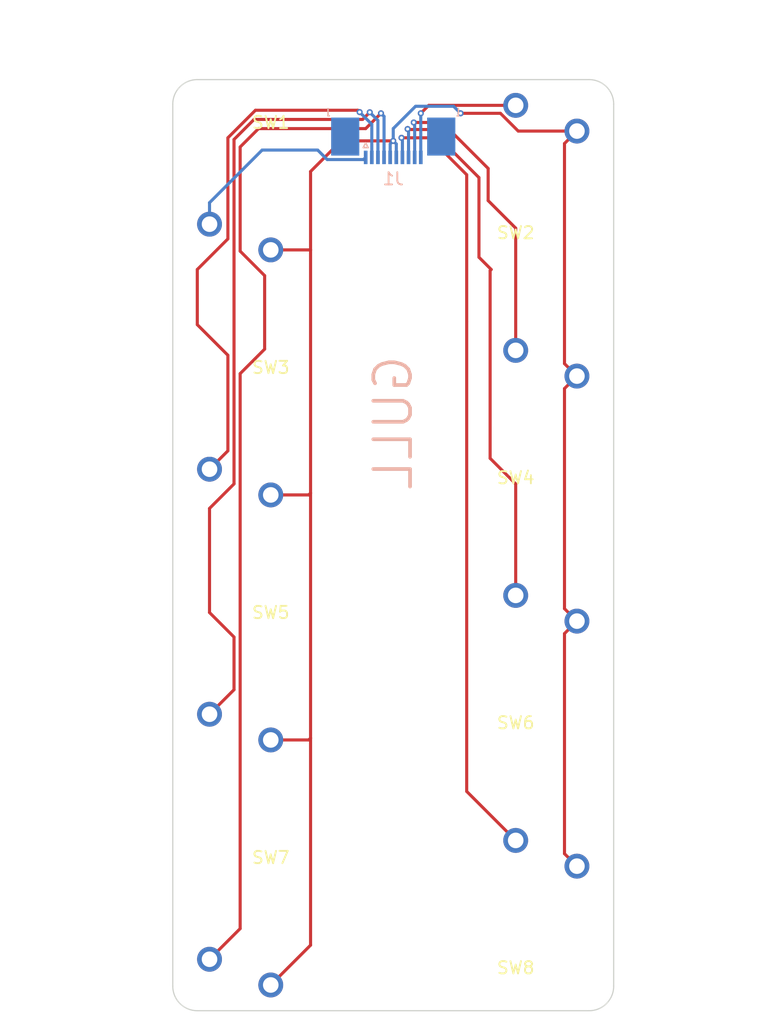
<source format=kicad_pcb>
(kicad_pcb (version 20221018) (generator pcbnew)
  (layers (0 "F.Cu" signal) (31 "B.Cu" signal) (34 "B.Paste" user) (35 "F.Paste" user) (36 "B.SilkS" user "B.Silkscreen") (37 "F.SilkS" user "F.Silkscreen") (38 "B.Mask" user) (39 "F.Mask" user) (44 "Edge.Cuts" user))
  (net 0 "")
  (net 1 "COL1")
  (net 2 "COL3")
  (net 3 "COL5")
  (net 4 "COL7")
  (net 5 "GND")
  (net 6 "COL8")
  (net 7 "COL6")
  (net 8 "COL4")
  (net 9 "COL2")
  (footprint "keyswitches:SW_PG1350" (layer "F.Cu") (at 130 70 180)
    (fp_text reference "SW4" (at 0 -4.5) (layer "F.SilkS"))
    (fp_text value "SW_Push")
    (pad "" np_thru_hole circle (at -5.5 0 180) (size 1.7018 1.7018) (drill 1.7018) (layers "*.Cu" "*.Mask"))
    (pad "" np_thru_hole circle (at 0 0 180) (size 3.429 3.429) (drill 3.429) (layers "*.Cu" "*.Mask"))
    (pad "" np_thru_hole circle (at 5.5 0 180) (size 1.7018 1.7018) (drill 1.7018) (layers "*.Cu" "*.Mask"))
    (pad "1" thru_hole circle (at 0 5.9 180) (size 2.032 2.032) (drill 1.27) (layers "*.Cu" "*.Mask") (net 8 "COL4"))
    (pad "2" thru_hole circle (at -5 3.8 180) (size 2.032 2.032) (drill 1.27) (layers "*.Cu" "*.Mask") (net 5 "GND"))
  )
  (footprint "keyswitches:SW_PG1350" (layer "F.Cu") (at 130 50 180)
    (fp_text reference "SW2" (at 0 -4.5) (layer "F.SilkS"))
    (fp_text value "SW_Push")
    (pad "" np_thru_hole circle (at -5.5 0 180) (size 1.7018 1.7018) (drill 1.7018) (layers "*.Cu" "*.Mask"))
    (pad "" np_thru_hole circle (at 0 0 180) (size 3.429 3.429) (drill 3.429) (layers "*.Cu" "*.Mask"))
    (pad "" np_thru_hole circle (at 5.5 0 180) (size 1.7018 1.7018) (drill 1.7018) (layers "*.Cu" "*.Mask"))
    (pad "1" thru_hole circle (at 0 5.9 180) (size 2.032 2.032) (drill 1.27) (layers "*.Cu" "*.Mask") (net 9 "COL2"))
    (pad "2" thru_hole circle (at -5 3.8 180) (size 2.032 2.032) (drill 1.27) (layers "*.Cu" "*.Mask") (net 5 "GND"))
  )
  (footprint "keyswitches:SW_PG1350" (layer "F.Cu") (at 110 70)
    (fp_text reference "SW3" (at 0 -4.5) (layer "F.SilkS"))
    (fp_text value "SW_Push")
    (pad "" np_thru_hole circle (at -5.5 0) (size 1.7018 1.7018) (drill 1.7018) (layers "*.Cu" "*.Mask"))
    (pad "" np_thru_hole circle (at 0 0) (size 3.429 3.429) (drill 3.429) (layers "*.Cu" "*.Mask"))
    (pad "" np_thru_hole circle (at 5.5 0) (size 1.7018 1.7018) (drill 1.7018) (layers "*.Cu" "*.Mask"))
    (pad "1" thru_hole circle (at 0 5.9) (size 2.032 2.032) (drill 1.27) (layers "*.Cu" "*.Mask") (net 5 "GND"))
    (pad "2" thru_hole circle (at -5 3.8) (size 2.032 2.032) (drill 1.27) (layers "*.Cu" "*.Mask") (net 2 "COL3"))
  )
  (footprint "MountingHole:MountingHole_3.2mm_M3" (layer "F.Cu") (at 120 100)
    (fp_text reference "REF**" hide)
    (fp_text value "MountingHole_3.2mm_M3" hide)
    (pad "" np_thru_hole circle (at 0 0) (size 3.2 3.2) (drill 3.2) (layers "*.Cu" "*.Mask"))
  )
  (footprint "MountingHole:MountingHole_3.2mm_M3" (layer "F.Cu") (at 120 80)
    (fp_text reference "REF**" hide)
    (fp_text value "MountingHole_3.2mm_M3" hide)
    (pad "" np_thru_hole circle (at 0 0) (size 3.2 3.2) (drill 3.2) (layers "*.Cu" "*.Mask"))
  )
  (footprint "keyswitches:SW_PG1350" (layer "F.Cu") (at 110 50)
    (fp_text reference "SW1" (at 0 -4.5) (layer "F.SilkS"))
    (fp_text value "SW_Push")
    (pad "" np_thru_hole circle (at -5.5 0) (size 1.7018 1.7018) (drill 1.7018) (layers "*.Cu" "*.Mask"))
    (pad "" np_thru_hole circle (at 0 0) (size 3.429 3.429) (drill 3.429) (layers "*.Cu" "*.Mask"))
    (pad "" np_thru_hole circle (at 5.5 0) (size 1.7018 1.7018) (drill 1.7018) (layers "*.Cu" "*.Mask"))
    (pad "1" thru_hole circle (at 0 5.9) (size 2.032 2.032) (drill 1.27) (layers "*.Cu" "*.Mask") (net 5 "GND"))
    (pad "2" thru_hole circle (at -5 3.8) (size 2.032 2.032) (drill 1.27) (layers "*.Cu" "*.Mask") (net 1 "COL1"))
  )
  (footprint "MountingHole:MountingHole_3.2mm_M3" (layer "F.Cu") (at 120 60)
    (fp_text reference "REF**" hide)
    (fp_text value "MountingHole_3.2mm_M3" hide)
    (pad "" np_thru_hole circle (at 0 0) (size 3.2 3.2) (drill 3.2) (layers "*.Cu" "*.Mask"))
  )
  (footprint "keyswitches:SW_PG1350" (layer "F.Cu") (at 110 90)
    (fp_text reference "SW5" (at 0 -4.5) (layer "F.SilkS"))
    (fp_text value "SW_Push")
    (pad "" np_thru_hole circle (at -5.5 0) (size 1.7018 1.7018) (drill 1.7018) (layers "*.Cu" "*.Mask"))
    (pad "" np_thru_hole circle (at 0 0) (size 3.429 3.429) (drill 3.429) (layers "*.Cu" "*.Mask"))
    (pad "" np_thru_hole circle (at 5.5 0) (size 1.7018 1.7018) (drill 1.7018) (layers "*.Cu" "*.Mask"))
    (pad "1" thru_hole circle (at 0 5.9) (size 2.032 2.032) (drill 1.27) (layers "*.Cu" "*.Mask") (net 5 "GND"))
    (pad "2" thru_hole circle (at -5 3.8) (size 2.032 2.032) (drill 1.27) (layers "*.Cu" "*.Mask") (net 3 "COL5"))
  )
  (footprint "keyswitches:SW_PG1350" (layer "F.Cu") (at 110 110)
    (fp_text reference "SW7" (at 0 -4.5) (layer "F.SilkS"))
    (fp_text value "SW_Push")
    (pad "" np_thru_hole circle (at -5.5 0) (size 1.7018 1.7018) (drill 1.7018) (layers "*.Cu" "*.Mask"))
    (pad "" np_thru_hole circle (at 0 0) (size 3.429 3.429) (drill 3.429) (layers "*.Cu" "*.Mask"))
    (pad "" np_thru_hole circle (at 5.5 0) (size 1.7018 1.7018) (drill 1.7018) (layers "*.Cu" "*.Mask"))
    (pad "1" thru_hole circle (at 0 5.9) (size 2.032 2.032) (drill 1.27) (layers "*.Cu" "*.Mask") (net 5 "GND"))
    (pad "2" thru_hole circle (at -5 3.8) (size 2.032 2.032) (drill 1.27) (layers "*.Cu" "*.Mask") (net 4 "COL7"))
  )
  (footprint "keyswitches:SW_PG1350" (layer "F.Cu") (at 130 90 180)
    (fp_text reference "SW6" (at 0 -4.5) (layer "F.SilkS"))
    (fp_text value "SW_Push")
    (pad "" np_thru_hole circle (at -5.5 0 180) (size 1.7018 1.7018) (drill 1.7018) (layers "*.Cu" "*.Mask"))
    (pad "" np_thru_hole circle (at 0 0 180) (size 3.429 3.429) (drill 3.429) (layers "*.Cu" "*.Mask"))
    (pad "" np_thru_hole circle (at 5.5 0 180) (size 1.7018 1.7018) (drill 1.7018) (layers "*.Cu" "*.Mask"))
    (pad "1" thru_hole circle (at 0 5.9 180) (size 2.032 2.032) (drill 1.27) (layers "*.Cu" "*.Mask") (net 7 "COL6"))
    (pad "2" thru_hole circle (at -5 3.8 180) (size 2.032 2.032) (drill 1.27) (layers "*.Cu" "*.Mask") (net 5 "GND"))
  )
  (footprint "keyswitches:SW_PG1350" (layer "F.Cu") (at 130 110 180)
    (fp_text reference "SW8" (at 0 -4.5) (layer "F.SilkS"))
    (fp_text value "SW_Push")
    (pad "" np_thru_hole circle (at -5.5 0 180) (size 1.7018 1.7018) (drill 1.7018) (layers "*.Cu" "*.Mask"))
    (pad "" np_thru_hole circle (at 0 0 180) (size 3.429 3.429) (drill 3.429) (layers "*.Cu" "*.Mask"))
    (pad "" np_thru_hole circle (at 5.5 0 180) (size 1.7018 1.7018) (drill 1.7018) (layers "*.Cu" "*.Mask"))
    (pad "1" thru_hole circle (at 0 5.9 180) (size 2.032 2.032) (drill 1.27) (layers "*.Cu" "*.Mask") (net 6 "COL8"))
    (pad "2" thru_hole circle (at -5 3.8 180) (size 2.032 2.032) (drill 1.27) (layers "*.Cu" "*.Mask") (net 5 "GND"))
  )
  (footprint "Connector_FFC-FPC:TE_1-1734839-0_1x10-1MP_P0.5mm_Horizontal" (layer "B.Cu") (at 120 47)
    (fp_text reference "J1" (at 0 3.1 -360) (layer "B.SilkS") (effects (justify mirror)))
    (fp_text value "Conn_01x10")
    (fp_line (start -5.325 -2.04) (end -5.325 -2.64) (stroke (width 0.12)) (layer "B.SilkS"))
    (fp_line (start -5.215 -2.04) (end -5.325 -2.04) (stroke (width 0.12)) (layer "B.SilkS"))
    (fp_line (start -2.45 0.55) (end -2.25 0.15) (stroke (width 0.12)) (layer "B.SilkS"))
    (fp_line (start -2.25 0.15) (end -2.05 0.55) (stroke (width 0.12)) (layer "B.SilkS"))
    (fp_line (start -2.05 0.55) (end -2.45 0.55) (stroke (width 0.12)) (layer "B.SilkS"))
    (fp_line (start 5.215 -2.04) (end 5.325 -2.04) (stroke (width 0.12)) (layer "B.SilkS"))
    (fp_line (start 5.325 -2.04) (end 5.325 -2.64) (stroke (width 0.12)) (layer "B.SilkS"))
    (pad "1" smd rect (at -2.25 1.35) (size 0.3 1.1) (layers "B.Cu" "B.Paste" "B.Mask") (net 1 "COL1"))
    (pad "2" smd rect (at -1.75 1.35) (size 0.3 1.1) (layers "B.Cu" "B.Paste" "B.Mask") (net 2 "COL3"))
    (pad "3" smd rect (at -1.25 1.35) (size 0.3 1.1) (layers "B.Cu" "B.Paste" "B.Mask") (net 3 "COL5"))
    (pad "4" smd rect (at -0.75 1.35) (size 0.3 1.1) (layers "B.Cu" "B.Paste" "B.Mask") (net 4 "COL7"))
    (pad "5" smd rect (at -0.25 1.35) (size 0.3 1.1) (layers "B.Cu" "B.Paste" "B.Mask") (net 5 "GND"))
    (pad "6" smd rect (at 0.25 1.35) (size 0.3 1.1) (layers "B.Cu" "B.Paste" "B.Mask") (net 5 "GND"))
    (pad "7" smd rect (at 0.75 1.35) (size 0.3 1.1) (layers "B.Cu" "B.Paste" "B.Mask") (net 6 "COL8"))
    (pad "8" smd rect (at 1.25 1.35) (size 0.3 1.1) (layers "B.Cu" "B.Paste" "B.Mask") (net 7 "COL6"))
    (pad "9" smd rect (at 1.75 1.35) (size 0.3 1.1) (layers "B.Cu" "B.Paste" "B.Mask") (net 8 "COL4"))
    (pad "10" smd rect (at 2.25 1.35) (size 0.3 1.1) (layers "B.Cu" "B.Paste" "B.Mask") (net 9 "COL2"))
    (pad "MP" smd rect (at -3.92 -0.35) (size 2.3 3.1) (layers "B.Cu" "B.Paste" "B.Mask"))
    (pad "MP" smd rect (at 3.92 -0.35) (size 2.3 3.1) (layers "B.Cu" "B.Paste" "B.Mask"))
  )
  (gr_arc (start 104 118) (mid 102.585786 117.414214) (end 102 116) (stroke (width 0.1)) (layer "Edge.Cuts"))
  (gr_arc (start 138 116) (mid 137.414214 117.414214) (end 136 118) (stroke (width 0.1)) (layer "Edge.Cuts"))
  (gr_line (start 138 44) (end 138 116) (stroke (width 0.1)) (layer "Edge.Cuts"))
  (gr_line (start 104 118) (end 136 118) (stroke (width 0.1)) (layer "Edge.Cuts"))
  (gr_line (start 104 42) (end 136 42) (stroke (width 0.1)) (layer "Edge.Cuts"))
  (gr_arc (start 102 44) (mid 102.585786 42.585786) (end 104 42) (stroke (width 0.1)) (layer "Edge.Cuts"))
  (gr_line (start 102 116) (end 102 44) (stroke (width 0.1)) (layer "Edge.Cuts"))
  (gr_arc (start 136 42) (mid 137.414214 42.585786) (end 138 44) (stroke (width 0.1)) (layer "Edge.Cuts"))
  (gr_text "GULL" (at 120 70 90) (layer "B.SilkS") (effects (font (size 3 3) (thickness 0.3)) (justify mirror)))
  (segment (start 113.83 47.75) (end 114.605 48.525) (width 0.25) (layer "B.Cu") (net 1))
  (segment (start 109.295001 47.75) (end 113.83 47.75) (width 0.25) (layer "B.Cu") (net 1))
  (segment (start 117.575 48.525) (end 117.75 48.35) (width 0.25) (layer "B.Cu") (net 1))
  (segment (start 105 52.045001) (end 109.295001 47.75) (width 0.25) (layer "B.Cu") (net 1))
  (segment (start 114.605 48.525) (end 117.575 48.525) (width 0.25) (layer "B.Cu") (net 1))
  (segment (start 105 53.8) (end 105 52.045001) (width 0.25) (layer "B.Cu") (net 1))
  (segment (start 106.5 64.5) (end 106.5 72.3) (width 0.25) (layer "F.Cu") (net 2))
  (segment (start 106.5 55) (end 104 57.5) (width 0.25) (layer "F.Cu") (net 2))
  (segment (start 117.255644 44.65123) (end 117.104414 44.5) (width 0.25) (layer "F.Cu") (net 2))
  (segment (start 106.5 46.75) (end 106.5 55) (width 0.25) (layer "F.Cu") (net 2))
  (segment (start 117.104414 44.5) (end 108.75 44.5) (width 0.25) (layer "F.Cu") (net 2))
  (segment (start 104 57.5) (end 104 62) (width 0.25) (layer "F.Cu") (net 2))
  (segment (start 108.75 44.5) (end 106.5 46.75) (width 0.25) (layer "F.Cu") (net 2))
  (segment (start 106.5 72.3) (end 105 73.8) (width 0.25) (layer "F.Cu") (net 2))
  (segment (start 104 62) (end 106.5 64.5) (width 0.25) (layer "F.Cu") (net 2))
  (via (at 117.255644 44.65123) (size 0.5) (drill 0.25) (layers "F.Cu" "B.Cu") (net 2))
  (segment (start 118.25 48.35) (end 118.25 45.645586) (width 0.25) (layer "B.Cu") (net 2))
  (segment (start 118.25 45.645586) (end 117.255644 44.65123) (width 0.25) (layer "B.Cu") (net 2))
  (segment (start 107 91.8) (end 105 93.8) (width 0.25) (layer "F.Cu") (net 3))
  (segment (start 118.08344 44.66656) (end 117.5 45.25) (width 0.25) (layer "F.Cu") (net 3))
  (segment (start 105 77) (end 105 85.5) (width 0.25) (layer "F.Cu") (net 3))
  (segment (start 107 75) (end 105 77) (width 0.25) (layer "F.Cu") (net 3))
  (segment (start 108.636396 45.25) (end 107 46.886396) (width 0.25) (layer "F.Cu") (net 3))
  (segment (start 105 85.5) (end 107 87.5) (width 0.25) (layer "F.Cu") (net 3))
  (segment (start 107 46.886396) (end 107 75) (width 0.25) (layer "F.Cu") (net 3))
  (segment (start 107 87.5) (end 107 91.8) (width 0.25) (layer "F.Cu") (net 3))
  (segment (start 117.5 45.25) (end 108.636396 45.25) (width 0.25) (layer "F.Cu") (net 3))
  (via (at 118.08344 44.66656) (size 0.5) (drill 0.25) (layers "F.Cu" "B.Cu") (net 3))
  (segment (start 118.08344 44.66656) (end 118.75 45.33312) (width 0.25) (layer "B.Cu") (net 3))
  (segment (start 118.75 45.33312) (end 118.75 48.35) (width 0.25) (layer "B.Cu") (net 3))
  (segment (start 109.5 58) (end 109.5 64) (width 0.25) (layer "F.Cu") (net 4))
  (segment (start 117.75 46) (end 109 46) (width 0.25) (layer "F.Cu") (net 4))
  (segment (start 109 46) (end 107.5 47.5) (width 0.25) (layer "F.Cu") (net 4))
  (segment (start 107.5 111.3) (end 105 113.8) (width 0.25) (layer "F.Cu") (net 4))
  (segment (start 107.5 66) (end 107.5 111.3) (width 0.25) (layer "F.Cu") (net 4))
  (segment (start 109.5 64) (end 107.5 66) (width 0.25) (layer "F.Cu") (net 4))
  (segment (start 107.5 56) (end 109.5 58) (width 0.25) (layer "F.Cu") (net 4))
  (segment (start 107.5 47.5) (end 107.5 56) (width 0.25) (layer "F.Cu") (net 4))
  (segment (start 119 44.75) (end 117.75 46) (width 0.25) (layer "F.Cu") (net 4))
  (via (at 119 44.75) (size 0.5) (drill 0.25) (layers "F.Cu" "B.Cu") (net 4))
  (segment (start 119 44.75) (end 119.25 45) (width 0.25) (layer "B.Cu") (net 4))
  (segment (start 119.25 45) (end 119.25 48.35) (width 0.25) (layer "B.Cu") (net 4))
  (segment (start 113.25 75.75) (end 113.25 95.75) (width 0.25) (layer "F.Cu") (net 5))
  (segment (start 133.984001 87.215999) (end 135 86.2) (width 0.25) (layer "F.Cu") (net 5))
  (segment (start 135 86.2) (end 133.984001 85.184001) (width 0.25) (layer "F.Cu") (net 5))
  (segment (start 135 66.2) (end 133.984001 65.184001) (width 0.25) (layer "F.Cu") (net 5))
  (segment (start 133.984001 47.215999) (end 135 46.2) (width 0.25) (layer "F.Cu") (net 5))
  (segment (start 128.753539 44.75) (end 125.5 44.75) (width 0.25) (layer "F.Cu") (net 5))
  (segment (start 113.25 112.65) (end 110 115.9) (width 0.25) (layer "F.Cu") (net 5))
  (segment (start 113.1 75.9) (end 113.25 75.75) (width 0.25) (layer "F.Cu") (net 5))
  (segment (start 135 46.2) (end 130.203539 46.2) (width 0.25) (layer "F.Cu") (net 5))
  (segment (start 110 55.9) (end 113.25 55.9) (width 0.25) (layer "F.Cu") (net 5))
  (segment (start 110 95.9) (end 113.1 95.9) (width 0.25) (layer "F.Cu") (net 5))
  (segment (start 110 75.9) (end 113.1 75.9) (width 0.25) (layer "F.Cu") (net 5))
  (segment (start 113.1 95.9) (end 113.25 95.75) (width 0.25) (layer "F.Cu") (net 5))
  (segment (start 133.984001 85.184001) (end 133.984001 67.215999) (width 0.25) (layer "F.Cu") (net 5))
  (segment (start 113.25 55.9) (end 113.25 49.5) (width 0.25) (layer "F.Cu") (net 5))
  (segment (start 113.25 49.5) (end 115.75 47) (width 0.25) (layer "F.Cu") (net 5))
  (segment (start 133.984001 67.215999) (end 135 66.2) (width 0.25) (layer "F.Cu") (net 5))
  (segment (start 130.203539 46.2) (end 128.753539 44.75) (width 0.25) (layer "F.Cu") (net 5))
  (segment (start 113.25 55.9) (end 113.25 75.75) (width 0.25) (layer "F.Cu") (net 5))
  (segment (start 113.25 95.75) (end 113.25 112.65) (width 0.25) (layer "F.Cu") (net 5))
  (segment (start 115.75 47) (end 120 47) (width 0.25) (layer "F.Cu") (net 5))
  (segment (start 133.984001 105.184001) (end 133.984001 87.215999) (width 0.25) (layer "F.Cu") (net 5))
  (segment (start 133.984001 65.184001) (end 133.984001 47.215999) (width 0.25) (layer "F.Cu") (net 5))
  (segment (start 135 106.2) (end 133.984001 105.184001) (width 0.25) (layer "F.Cu") (net 5))
  (via (at 120 47) (size 0.5) (drill 0.25) (layers "F.Cu" "B.Cu") (net 5))
  (via (at 125.5 44.75) (size 0.5) (drill 0.25) (layers "F.Cu" "B.Cu") (net 5))
  (segment (start 120 47) (end 119.75 47.25) (width 0.25) (layer "B.Cu") (net 5))
  (segment (start 120.25 47.25) (end 120 47) (width 0.25) (layer "B.Cu") (net 5))
  (segment (start 119.75 47.25) (end 119.75 48.35) (width 0.25) (layer "B.Cu") (net 5))
  (segment (start 120 46) (end 120 47) (width 0.25) (layer "B.Cu") (net 5))
  (segment (start 121.825 44.175) (end 120 46) (width 0.25) (layer "B.Cu") (net 5))
  (segment (start 125.5 44.75) (end 124.925 44.175) (width 0.25) (layer "B.Cu") (net 5))
  (segment (start 120.25 48.35) (end 120.25 47.25) (width 0.25) (layer "B.Cu") (net 5))
  (segment (start 124.925 44.175) (end 121.825 44.175) (width 0.25) (layer "B.Cu") (net 5))
  (segment (start 122.983684 46.75) (end 120.6755 46.75) (width 0.25) (layer "F.Cu") (net 6))
  (segment (start 126 61.75) (end 126 49.766316) (width 0.25) (layer "F.Cu") (net 6))
  (segment (start 126 49.766316) (end 122.983684 46.75) (width 0.25) (layer "F.Cu") (net 6))
  (segment (start 126 100.1) (end 126 61.75) (width 0.25) (layer "F.Cu") (net 6))
  (segment (start 130 104.1) (end 126 100.1) (width 0.25) (layer "F.Cu") (net 6))
  (via (at 120.6755 46.75) (size 0.5) (drill 0.25) (layers "F.Cu" "B.Cu") (net 6))
  (segment (start 120.75 46.8245) (end 120.75 48.35) (width 0.25) (layer "B.Cu") (net 6))
  (segment (start 120.6755 46.75) (end 120.75 46.8245) (width 0.25) (layer "B.Cu") (net 6))
  (segment (start 127 50) (end 127 56.5) (width 0.25) (layer "F.Cu") (net 7))
  (segment (start 121.1755 46.032715) (end 121.217785 46.075) (width 0.25) (layer "F.Cu") (net 7))
  (segment (start 123.075 46.075) (end 127 50) (width 0.25) (layer "F.Cu") (net 7))
  (segment (start 127.9105 72.9105) (end 130 75) (width 0.25) (layer "F.Cu") (net 7))
  (segment (start 128 57.5) (end 127.9105 57.5895) (width 0.25) (layer "F.Cu") (net 7))
  (segment (start 127.9105 57.5895) (end 127.9105 72.9105) (width 0.25) (layer "F.Cu") (net 7))
  (segment (start 121.217785 46.075) (end 123.075 46.075) (width 0.25) (layer "F.Cu") (net 7))
  (segment (start 130 75) (end 130 84.1) (width 0.25) (layer "F.Cu") (net 7))
  (segment (start 127 56.5) (end 128 57.5) (width 0.25) (layer "F.Cu") (net 7))
  (via (at 121.1755 46.032715) (size 0.5) (drill 0.25) (layers "F.Cu" "B.Cu") (net 7))
  (segment (start 121.25 46.107215) (end 121.25 48.35) (width 0.25) (layer "B.Cu") (net 7))
  (segment (start 121.1755 46.032715) (end 121.25 46.107215) (width 0.25) (layer "B.Cu") (net 7))
  (segment (start 130 54.125) (end 130 64.1) (width 0.25) (layer "F.Cu") (net 8))
  (segment (start 127.75 49.25) (end 127.75 51.875) (width 0.25) (layer "F.Cu") (net 8))
  (segment (start 121.6755 45.5) (end 124 45.5) (width 0.25) (layer "F.Cu") (net 8))
  (segment (start 127.75 51.875) (end 130 54.125) (width 0.25) (layer "F.Cu") (net 8))
  (segment (start 124 45.5) (end 127.75 49.25) (width 0.25) (layer "F.Cu") (net 8))
  (via (at 121.6755 45.5) (size 0.5) (drill 0.25) (layers "F.Cu" "B.Cu") (net 8))
  (segment (start 121.75 45.5745) (end 121.75 48.35) (width 0.25) (layer "B.Cu") (net 8))
  (segment (start 121.6755 45.5) (end 121.75 45.5745) (width 0.25) (layer "B.Cu") (net 8))
  (segment (start 122.9 44.1) (end 122.25 44.75) (width 0.25) (layer "F.Cu") (net 9))
  (segment (start 130 44.1) (end 122.9 44.1) (width 0.25) (layer "F.Cu") (net 9))
  (via (at 122.25 44.75) (size 0.5) (drill 0.25) (layers "F.Cu" "B.Cu") (net 9))
  (segment (start 122.25 44.75) (end 122.25 48.35) (width 0.25) (layer "B.Cu") (net 9))
)
</source>
